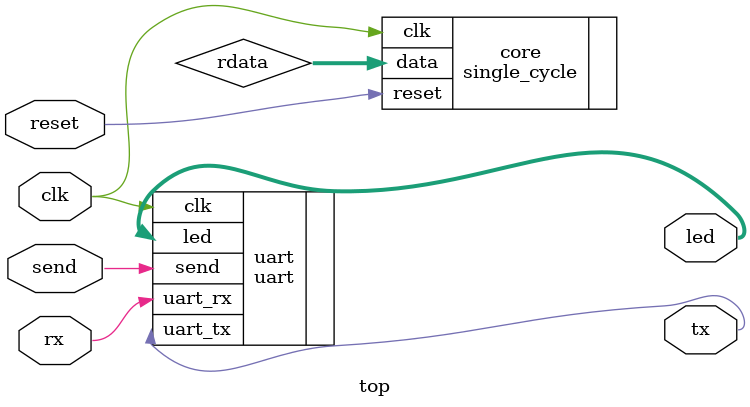
<source format=v>
module top(
    input wire clk,
    input wire reset,
    input wire send,
    input rx,
    output reg [5:0]led,
    output reg tx
);


wire [31:0]rdata;


single_cycle core(
    .clk(clk),
    .reset(reset),
    .data(rdata)
);
uart uart(
    .clk(clk),
    .uart_rx(rx),
    .uart_tx(tx),
    .led(led),
    .send(send)
);

// always @(posedge clk ) begin
//     led<=rdata[5:0];
// end
    
endmodule

</source>
